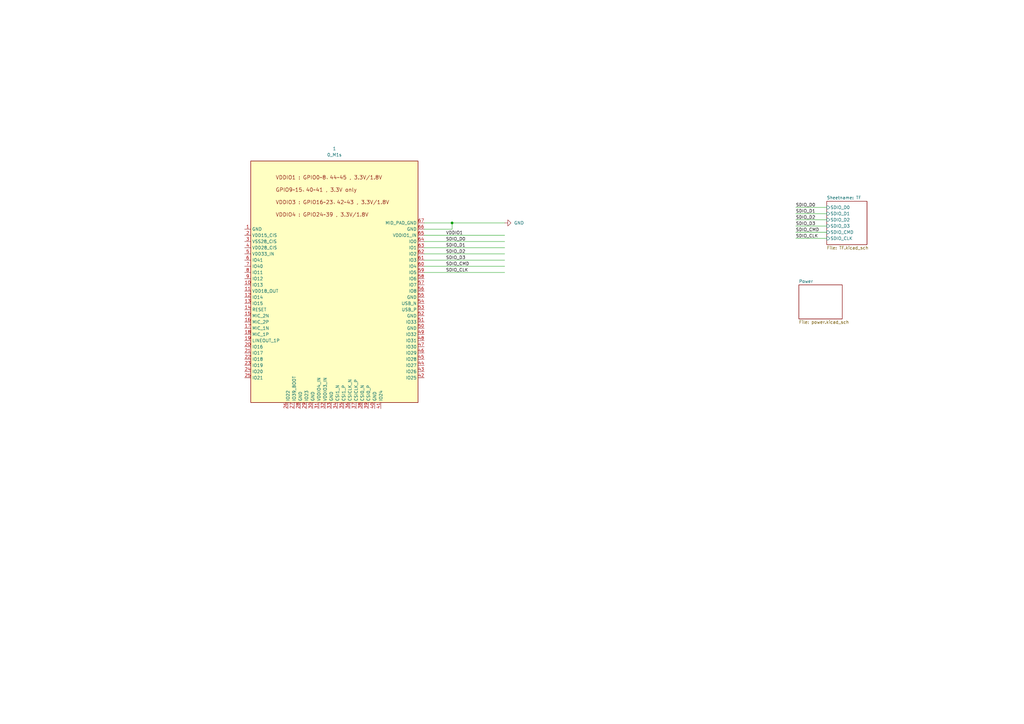
<source format=kicad_sch>
(kicad_sch (version 20230121) (generator eeschema)
  (paper "A3")
  (title_block (title "BL808 Dev Board") (date "2023-11-09") (rev "0.1"))
  (lib_symbols
    (symbol "M1s:0_M1s"
      (property "Value" "0_M1s" (at 0 0 0))
      (symbol "0_M1s_1_0"
        (rectangle (start 45.72 109.22) (end -22.86 10.16) (stroke (width 0.254)) (fill (type background)))
        (text "GPIO9~15、40~41 , 3.3V only" (at -12.7 96.52 0) (effects (font (size 1.524 1.524)) (justify left bottom)))
        (text "VDDIO1 : GPIO0~8、44~45 , 3.3V/1.8V" (at -12.7 101.6 0) (effects (font (size 1.524 1.524)) (justify left bottom)))
        (text "VDDIO3 : GPIO16~23、42~43 , 3.3V/1.8V" (at -12.7 91.44 0) (effects (font (size 1.524 1.524)) (justify left bottom)))
        (text "VDDIO4 : GPIO24~39 , 3.3V/1.8V" (at -12.7 86.36 0) (effects (font (size 1.524 1.524)) (justify left bottom)))
        (pin passive line (at -25.4 81.28 0) (length 2.54) (name "GND") (number "1"))
        (pin passive line (at -25.4 58.42 0) (length 2.54) (name "IO13") (number "10"))
        (pin passive line (at -25.4 55.88 0) (length 2.54) (name "VDD18_OUT") (number "11"))
        (pin passive line (at -25.4 53.34 0) (length 2.54) (name "IO14") (number "12"))
        (pin passive line (at -25.4 50.8 0) (length 2.54) (name "IO15") (number "13"))
        (pin passive line (at -25.4 48.26 0) (length 2.54) (name "RESET") (number "14"))
        (pin passive line (at -25.4 45.72 0) (length 2.54) (name "MIC_2N") (number "15"))
        (pin passive line (at -25.4 43.18 0) (length 2.54) (name "MIC_2P") (number "16"))
        (pin passive line (at -25.4 40.64 0) (length 2.54) (name "MIC_1N") (number "17"))
        (pin passive line (at -25.4 38.1 0) (length 2.54) (name "MIC_1P") (number "18"))
        (pin passive line (at -25.4 35.56 0) (length 2.54) (name "LINEOUT_1P") (number "19"))
        (pin passive line (at -25.4 78.74 0) (length 2.54) (name "VDD15_CIS") (number "2"))
        (pin passive line (at -25.4 33.02 0) (length 2.54) (name "IO16") (number "20"))
        (pin passive line (at -25.4 30.48 0) (length 2.54) (name "IO17") (number "21"))
        (pin passive line (at -25.4 27.94 0) (length 2.54) (name "IO18") (number "22"))
        (pin passive line (at -25.4 25.4 0) (length 2.54) (name "IO19") (number "23"))
        (pin passive line (at -25.4 22.86 0) (length 2.54) (name "IO20") (number "24"))
        (pin passive line (at -25.4 20.32 0) (length 2.54) (name "IO21") (number "25"))
        (pin passive line (at -7.62 7.62 90) (length 2.54) (name "IO22") (number "26"))
        (pin passive line (at -5.08 7.62 90) (length 2.54) (name "IO39_BOOT") (number "27"))
        (pin passive line (at -2.54 7.62 90) (length 2.54) (name "GND") (number "28"))
        (pin passive line (at 0 7.62 90) (length 2.54) (name "IO23") (number "29"))
        (pin passive line (at -25.4 76.2 0) (length 2.54) (name "VSS28_CIS") (number "3"))
        (pin passive line (at 2.54 7.62 90) (length 2.54) (name "GND") (number "30"))
        (pin passive line (at 5.08 7.62 90) (length 2.54) (name "VDDIO4_IN") (number "31"))
        (pin passive line (at 7.62 7.62 90) (length 2.54) (name "VDDIO3_IN") (number "32"))
        (pin passive line (at 10.16 7.62 90) (length 2.54) (name "GND") (number "33"))
        (pin passive line (at 12.7 7.62 90) (length 2.54) (name "CSI1_N") (number "34"))
        (pin passive line (at 15.24 7.62 90) (length 2.54) (name "CSI1_P") (number "35"))
        (pin passive line (at 17.78 7.62 90) (length 2.54) (name "CSICLK_N") (number "36"))
        (pin passive line (at 20.32 7.62 90) (length 2.54) (name "CSICLK_P") (number "37"))
        (pin passive line (at 22.86 7.62 90) (length 2.54) (name "CSI0_N") (number "38"))
        (pin passive line (at 25.4 7.62 90) (length 2.54) (name "CSI0_P") (number "39"))
        (pin passive line (at -25.4 73.66 0) (length 2.54) (name "VDD28_CIS") (number "4"))
        (pin passive line (at 27.94 7.62 90) (length 2.54) (name "GND") (number "40"))
        (pin passive line (at 30.48 7.62 90) (length 2.54) (name "IO24") (number "41"))
        (pin passive line (at 48.26 20.32 180) (length 2.54) (name "IO25") (number "42"))
        (pin passive line (at 48.26 22.86 180) (length 2.54) (name "IO26") (number "43"))
        (pin passive line (at 48.26 25.4 180) (length 2.54) (name "IO27") (number "44"))
        (pin passive line (at 48.26 27.94 180) (length 2.54) (name "IO28") (number "45"))
        (pin passive line (at 48.26 30.48 180) (length 2.54) (name "IO29") (number "46"))
        (pin passive line (at 48.26 33.02 180) (length 2.54) (name "IO30") (number "47"))
        (pin passive line (at 48.26 35.56 180) (length 2.54) (name "IO31") (number "48"))
        (pin passive line (at 48.26 38.1 180) (length 2.54) (name "IO32") (number "49"))
        (pin passive line (at -25.4 71.12 0) (length 2.54) (name "VDD33_IN") (number "5"))
        (pin passive line (at 48.26 40.64 180) (length 2.54) (name "GND") (number "50"))
        (pin passive line (at 48.26 43.18 180) (length 2.54) (name "IO33") (number "51"))
        (pin passive line (at 48.26 45.72 180) (length 2.54) (name "GND") (number "52"))
        (pin passive line (at 48.26 48.26 180) (length 2.54) (name "USB_P") (number "53"))
        (pin passive line (at 48.26 50.8 180) (length 2.54) (name "USB_N") (number "54"))
        (pin passive line (at 48.26 53.34 180) (length 2.54) (name "GND") (number "55"))
        (pin passive line (at 48.26 55.88 180) (length 2.54) (name "IO8") (number "56"))
        (pin passive line (at 48.26 58.42 180) (length 2.54) (name "IO7") (number "57"))
        (pin passive line (at 48.26 60.96 180) (length 2.54) (name "IO6") (number "58"))
        (pin passive line (at 48.26 63.5 180) (length 2.54) (name "IO5") (number "59"))
        (pin passive line (at -25.4 68.58 0) (length 2.54) (name "IO41") (number "6"))
        (pin passive line (at 48.26 66.04 180) (length 2.54) (name "IO4") (number "60"))
        (pin passive line (at 48.26 68.58 180) (length 2.54) (name "IO3") (number "61"))
        (pin passive line (at 48.26 71.12 180) (length 2.54) (name "IO2") (number "62"))
        (pin passive line (at 48.26 73.66 180) (length 2.54) (name "IO1") (number "63"))
        (pin passive line (at 48.26 76.2 180) (length 2.54) (name "IO0") (number "64"))
        (pin passive line (at 48.26 78.74 180) (length 2.54) (name "VDDIO1_IN") (number "65"))
        (pin passive line (at 48.26 81.28 180) (length 2.54) (name "GND") (number "66"))
        (pin passive line (at 48.26 83.82 180) (length 2.54) (name "MID_PAD_GND") (number "67"))
        (pin passive line (at -25.4 66.04 0) (length 2.54) (name "IO40") (number "7"))
        (pin passive line (at -25.4 63.5 0) (length 2.54) (name "IO11") (number "8"))
        (pin passive line (at -25.4 60.96 0) (length 2.54) (name "IO12") (number "9"))
      )
    )
    (symbol "power:GND" (power) (pin_names (offset 0))
      (property "Value" "GND" (at 0 -3.81 0))
      (symbol "GND_0_1"
        (polyline (pts (xy 0 0) (xy 0 -1.27) (xy 1.27 -1.27) (xy 0 -2.54) (xy -1.27 -1.27) (xy 0 -1.27)))
      )
      (symbol "GND_1_1"
        (pin power_in line (at 0 0 270) (length 0) hide (name "GND") (number "1"))
      )
    )
  )
  (junction (at 185.42 91.44))
  (wire (pts (xy 326.39 87.63) (xy 339.09 87.63)))
  (wire (pts (xy 326.39 85.09) (xy 339.09 85.09)))
  (wire (pts (xy 173.99 93.98) (xy 185.42 93.98)))
  (wire (pts (xy 173.99 96.52) (xy 207.01 96.52)))
  (wire (pts (xy 173.99 111.76) (xy 207.01 111.76)))
  (wire (pts (xy 173.99 101.6) (xy 207.01 101.6)))
  (wire (pts (xy 326.39 90.17) (xy 339.09 90.17)))
  (wire (pts (xy 326.39 92.71) (xy 339.09 92.71)))
  (wire (pts (xy 185.42 91.44) (xy 207.01 91.44)))
  (wire (pts (xy 185.42 93.98) (xy 185.42 91.44)))
  (wire (pts (xy 173.99 109.22) (xy 207.01 109.22)))
  (wire (pts (xy 326.39 97.79) (xy 339.09 97.79)))
  (wire (pts (xy 173.99 104.14) (xy 207.01 104.14)))
  (wire (pts (xy 173.99 99.06) (xy 207.01 99.06)))
  (wire (pts (xy 173.99 91.44) (xy 185.42 91.44)))
  (wire (pts (xy 173.99 106.68) (xy 207.01 106.68)))
  (wire (pts (xy 326.39 95.25) (xy 339.09 95.25)))
  (label "VDDIO1" (at 182.88 96.52 0))
  (label "SDIO_D1" (at 182.88 101.6 0))
  (label "SDIO_D0" (at 326.39 85.09 0))
  (label "SDIO_D3" (at 182.88 106.68 0))
  (label "SDIO_D1" (at 326.39 87.63 0))
  (label "SDIO_CLK" (at 326.39 97.79 0))
  (label "SDIO_D2" (at 182.88 104.14 0))
  (label "SDIO_D2" (at 326.39 90.17 0))
  (label "SDIO_CMD" (at 182.88 109.22 0))
  (label "SDIO_D3" (at 326.39 92.71 0))
  (label "SDIO_CLK" (at 182.88 111.76 0))
  (label "SDIO_CMD" (at 326.39 95.25 0))
  (label "SDIO_D0" (at 182.88 99.06 0))
  (symbol (lib_id "power:GND") (at 207.01 91.44 90) (unit 1)
    (property "Reference" "#PWR05" (effects hide))
    (property "Value" "GND" (at 210.82 91.44 90) (effects (justify right)))
  )
  (symbol (lib_id "M1s:0_M1s") (at 125.73 175.26 0) (unit 1)
    (property "Reference" "1" (at 137.16 60.96 0))
    (property "Value" "0_M1s" (at 137.16 63.5 0))
    (property "Footprint" "M1s:M1s" (effects hide))
  )
  (sheet (at 339.09 82.55) (size 16.51 17.78) (stroke (width 0.1524))
    (property "Sheetname" "TF" (at 339.09 81.8384 0) (show_name) (effects (justify left bottom)))
    (property "Sheetfile" "TF.kicad_sch" (at 339.09 100.9146 0) (effects (justify left top)))
    (pin "SDIO_D2" input (at 339.09 90.17 180))
    (pin "SDIO_D3" input (at 339.09 92.71 180))
    (pin "SDIO_CMD" input (at 339.09 95.25 180))
    (pin "SDIO_D1" input (at 339.09 87.63 180))
    (pin "SDIO_D0" input (at 339.09 85.09 180))
    (pin "SDIO_CLK" input (at 339.09 97.79 180))
  )
  (sheet (at 327.66 116.84) (size 17.78 13.97) (stroke (width 0.1524))
    (property "Sheetname" "Power" (at 327.66 116.1284 0) (effects (justify left bottom)))
    (property "Sheetfile" "power.kicad_sch" (at 327.66 131.3946 0) (effects (justify left top)))
  )
)
</source>
